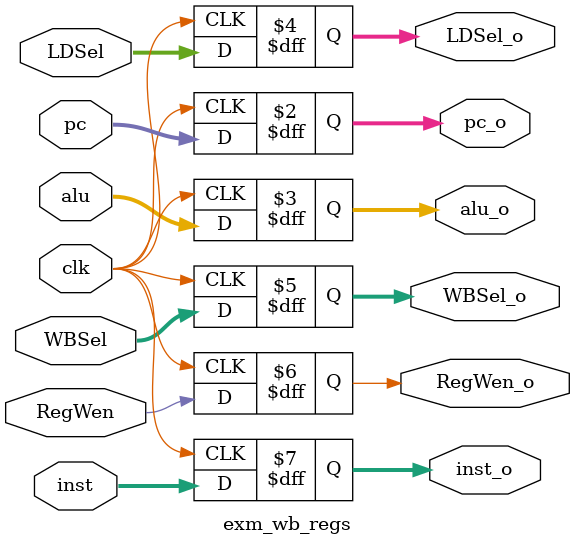
<source format=v>
module exm_wb_regs(
    input           clk,
    input   [31:0]  pc,
    input   [31:0]  alu,
    input   [2:0]   LDSel,
    input   [1:0]   WBSel,
    input           RegWen,
    input   [31:0]  inst,
    output  reg [31:0]  pc_o,
    output  reg [31:0]  alu_o,
    output  reg [2:0]   LDSel_o,
    output  reg [1:0]   WBSel_o,
    output  reg         RegWen_o,
    output  reg [31:0]  inst_o
);

    //pipeline registers
    always @(posedge clk) begin
        pc_o    <=  pc;
        alu_o   <=  alu;
        LDSel_o <=  LDSel;
        WBSel_o <=  WBSel;
        RegWen_o<=  RegWen;
        inst_o  <=  inst;
    end


endmodule

</source>
